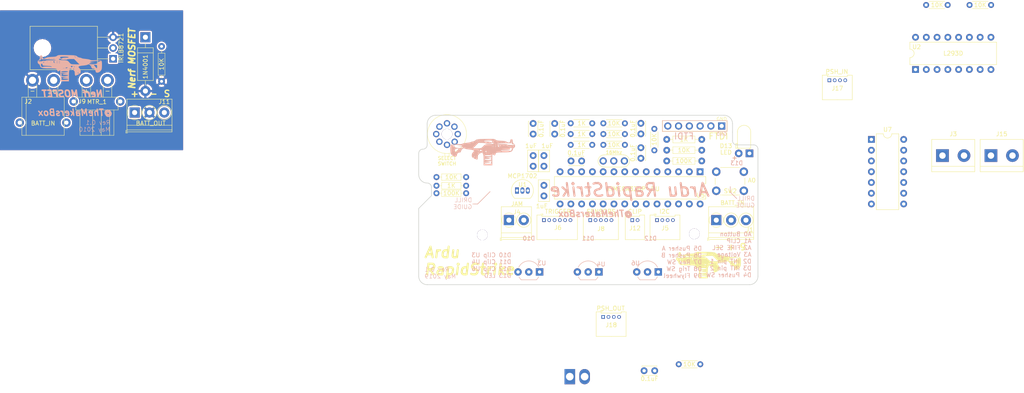
<source format=kicad_pcb>
(kicad_pcb (version 4) (host pcbnew 4.0.7)
  (title_block (date "lun. 30 mars 2015"))
  (layers (0 F.Cu signal) (31 B.Cu signal) (34 B.Paste user) (35 F.Paste user) (36 B.SilkS user hide) (37 F.SilkS user) (38 B.Mask user) (39 F.Mask user) (44 Edge.Cuts user))
  (net 0 "")
  (net 1 /Reset)
  (net 2 GND)
  (net 3 /A0)
  (net 4 /A1)
  (net 5 /A2)
  (net 6 /A3)
  (net 7 /AREF)
  (net 8 "/A4(SDA)")
  (net 9 "/A5(SCL)")
  (net 10 "/9(**)")
  (net 11 /8)
  (net 12 /7)
  (net 13 "/6(**)")
  (net 14 "/5(**)")
  (net 15 /4)
  (net 16 "/3(**)")
  (net 17 /2)
  (net 18 "/13(SCK)")
  (net 19 "/12(MISO)")
  (net 20 VCC)
  (net 21 "Net-(D2-Pad2)")
  (net 22 "Net-(U5-Pad9)")
  (net 23 "Net-(U5-Pad10)")
  (net 24 "/11(MOSI)")
  (net 25 "/10(SS)")
  (net 26 "Net-(D1-Pad1)")
  (net 27 "Net-(J3-Pad1)")
  (net 28 "Net-(J3-Pad2)")
  (net 29 /TRIG)
  (net 30 /ACCEL)
  (net 31 /PUSH)
  (net 32 "/0(Rx)")
  (net 33 "/1(Tx)")
  (net 34 /BATT)
  (net 35 "Net-(J7-Pad2)")
  (net 36 "Net-(J10-Pad1)")
  (net 37 /Vin)
  (net 38 "Net-(R14-Pad2)")
  (net 39 "Net-(R15-Pad2)")
  (net 40 "Net-(R13-Pad2)")
  (net 41 "Net-(C6-Pad1)")
  (net 42 "Net-(C7-Pad1)")
  (net 43 "Net-(C8-Pad1)")
  (net 44 /#RTS)
  (net 45 "Net-(C2-Pad1)")
  (net 46 "Net-(C3-Pad1)")
  (net 47 "Net-(J17-Pad2)")
  (net 48 "Net-(J17-Pad3)")
  (module footprints:TO-220-3_Horizontal (layer F.Cu) (at 58.928 73.025 90)
    (fp_text reference Q1 hide)
    (fp_text value IRLB8721 (at 2.54 1.9 90) (layer F.SilkS))
    (pad 0 np_thru_hole oval (at 2.54 -16.66 90) (size 3.5 3.5) (drill 3.5) (layers *.Cu *.Mask))
    (pad 1 thru_hole rect (at 0 0 90) (size 1.8 1.8) (drill 1) (layers *.Cu *.Mask) (net 10 "/9(**)"))
    (pad 2 thru_hole oval (at 2.54 0 90) (size 1.8 1.8) (drill 1) (layers *.Cu *.Mask) (net 26 "Net-(D1-Pad1)"))
    (pad 3 thru_hole oval (at 5.08 0 90) (size 1.8 1.8) (drill 1) (layers *.Cu *.Mask) (net 2 GND))
  )
  (module footprints:XT30PW_F (layer F.Cu) (at 55.118 78.105 180)
    (fp_text reference J9 (at 3.5 -5 180) (layer F.SilkS))
    (fp_text value MTR_1 (at 0 -5.08 180) (layer F.SilkS))
    (fp_text user - (at -2.5 -2.5 180) (layer F.SilkS))
    (fp_text user + (at 2.5 -2.5 180) (layer F.SilkS))
    (pad 3 thru_hole circle (at -5.5 -5 180) (size 2 2) (drill 1) (layers *.Cu *.Mask))
    (pad 2 thru_hole circle (at -2.5 0 180) (size 3 3) (drill 1.7) (layers *.Cu *.Mask) (net 26 "Net-(D1-Pad1)"))
    (pad 1 thru_hole circle (at 2.5 0 180) (size 3 3) (drill 1.7) (layers *.Cu *.Mask) (net 36 "Net-(J10-Pad1)"))
    (pad 3 thru_hole circle (at 5.5 -5 180) (size 2 2) (drill 1) (layers *.Cu *.Mask))
  )
  (module footprints:D_DO-15_P12.70mm_Horizontal (layer F.Cu) (at 66.548 67.945 270)
    (fp_text reference D1 hide)
    (fp_text value 1N4001 (at 6.985 0 270) (layer F.SilkS))
    (pad 1 thru_hole rect (at 0 0 270) (size 2.4 2.4) (drill 1.2) (layers *.Cu *.Mask) (net 26 "Net-(D1-Pad1)"))
    (pad 2 thru_hole oval (at 12.7 0 270) (size 2.4 2.4) (drill 1.2) (layers *.Cu *.Mask) (net 2 GND))
  )
  (module footprints:TerminalBlock_Phoenix_PT-1,5-3-3.5-H_1x03_P3.50mm_Horizontal (layer F.Cu) (at 64.008 85.725)
    (fp_text reference J11 (at 6.985 -2.54) (layer F.SilkS))
    (fp_text value BATT_OUT (at 3.81 2.54) (layer F.SilkS))
    (pad 1 thru_hole rect (at 0 0) (size 2.4 2.4) (drill 1.2) (layers *.Cu *.Mask) (net 36 "Net-(J10-Pad1)"))
    (pad 2 thru_hole circle (at 3.5 0) (size 2.4 2.4) (drill 1.2) (layers *.Cu *.Mask) (net 2 GND))
    (pad 3 thru_hole circle (at 7 0) (size 2.4 2.4) (drill 1.2) (layers *.Cu *.Mask) (net 10 "/9(**)"))
  )
  (module footprints:R_Axial_DIN0204_L3.6mm_D1.6mm_P7.62mm_Horizontal (layer F.Cu) (at 70.358 78.105 90)
    (fp_text reference R9)
    (fp_text value 10K (at 3.81 0 90) (layer F.SilkS))
    (pad 1 thru_hole circle (at -0.25 0 90) (size 1.6 1.6) (drill 0.7) (layers *.Cu *.Mask) (net 2 GND))
    (pad 2 thru_hole circle (at 8 0 90) (size 1.6 1.6) (drill 0.7) (layers *.Cu *.Mask) (net 10 "/9(**)"))
  )
  (module footprints:XT30PW_M (layer F.Cu) (at 42.418 78.105 180)
    (fp_text reference J2 (at 3.5 -5 180) (layer F.SilkS))
    (fp_text value BATT_IN (at 0 -10.16 180) (layer F.SilkS))
    (fp_text user - (at 2.5 -2.5 180) (layer F.SilkS))
    (fp_text user + (at -2.5 -2.5 180) (layer F.SilkS))
    (pad 3 thru_hole circle (at -5.5 -10 180) (size 2 2) (drill 1) (layers *.Cu *.Mask))
    (pad 1 thru_hole circle (at -2.5 0 180) (size 3 3) (drill 1.7) (layers *.Cu *.Mask) (net 36 "Net-(J10-Pad1)"))
    (pad 2 thru_hole circle (at 2.5 0 180) (size 3 3) (drill 1.7) (layers *.Cu *.Mask) (net 2 GND))
    (pad 3 thru_hole circle (at 5.5 -10 180) (size 2 2) (drill 1) (layers *.Cu *.Mask))
  )
  (module Wire_Pads:SolderWirePad_single_2-5mmDrill (layer F.Cu) (at 204.38 101.919)
    (fp_text reference J13 hide)
    (fp_text value NPTH)
    (pad "" np_thru_hole circle (at 0 0) (size 2.5 2.5) (drill 2.5) (layers *.Cu *.Mask))
  )
  (module footprints:R_Axial_DIN0204_L3.6mm_D1.6mm_P7.62mm_Horizontal (layer F.Cu) (at 189.738 97.155)
    (fp_text reference R8)
    (fp_text value 100K (at 3.81 0) (layer F.SilkS))
    (pad 1 thru_hole circle (at -0.25 0) (size 1.6 1.6) (drill 0.7) (layers *.Cu *.Mask) (net 6 /A3))
    (pad 2 thru_hole circle (at 8 0) (size 1.6 1.6) (drill 0.7) (layers *.Cu *.Mask) (net 34 /BATT))
  )
  (module footprints:TerminalBlock_Phoenix_PT-1,5-3-3.5-H_1x03_P3.50mm_Horizontal (layer F.Cu) (at 201.168 111.125)
    (fp_text reference J1 (at 7.874 2.286) (layer F.SilkS))
    (fp_text value BATT_IN (at 3.81 -4.064) (layer F.SilkS))
    (pad 1 thru_hole rect (at 0 0) (size 2.4 2.4) (drill 1.2) (layers *.Cu *.Mask) (net 2 GND))
    (pad 2 thru_hole circle (at 3.5 0) (size 2.4 2.4) (drill 1.2) (layers *.Cu *.Mask) (net 34 /BATT))
    (pad 3 thru_hole circle (at 7 0) (size 2.4 2.4) (drill 1.2) (layers *.Cu *.Mask) (net 10 "/9(**)"))
  )
  (module footprints:R__P5.08mm (layer F.Cu) (at 186.563 92.075 270)
    (fp_text reference R16 hide)
    (fp_text value 10K (at 0 0 270) (layer F.SilkS))
    (pad 1 thru_hole circle (at -2.5 0 270) (size 1.4 1.4) (drill 0.7) (layers *.Cu *.Mask) (net 2 GND))
    (pad 2 thru_hole oval (at 2.58 0 270) (size 1.4 1.4) (drill 0.7) (layers *.Cu *.Mask) (net 5 /A2))
  )
  (module footprints:R__P5.08mm (layer F.Cu) (at 177.038 88.265)
    (fp_text reference R10 hide)
    (fp_text value 10K (at 0 0) (layer F.SilkS))
    (pad 1 thru_hole circle (at -2.5 0) (size 1.4 1.4) (drill 0.7) (layers *.Cu *.Mask) (net 43 "Net-(C8-Pad1)"))
    (pad 2 thru_hole oval (at 2.58 0) (size 1.4 1.4) (drill 0.7) (layers *.Cu *.Mask) (net 20 VCC))
  )
  (module footprints:R__P5.08mm (layer F.Cu) (at 253.238 60.325 180)
    (fp_text reference R1 hide)
    (fp_text value 10K (at 0 0 180) (layer F.SilkS))
    (pad 1 thru_hole circle (at -2.5 0 180) (size 1.4 1.4) (drill 0.7) (layers *.Cu *.Mask) (net 2 GND))
    (pad 2 thru_hole oval (at 2.58 0 180) (size 1.4 1.4) (drill 0.7) (layers *.Cu *.Mask) (net 47 "Net-(J17-Pad2)"))
  )
  (module footprints:R__P5.08mm (layer F.Cu) (at 263.398 60.325)
    (fp_text reference R3 hide)
    (fp_text value 10K (at 0 0) (layer F.SilkS))
    (pad 1 thru_hole circle (at -2.5 0) (size 1.4 1.4) (drill 0.7) (layers *.Cu *.Mask) (net 2 GND))
    (pad 2 thru_hole oval (at 2.58 0) (size 1.4 1.4) (drill 0.7) (layers *.Cu *.Mask) (net 48 "Net-(J17-Pad3)"))
  )
  (module footprints:R__P5.08mm (layer F.Cu) (at 177.038 90.805)
    (fp_text reference R4 hide)
    (fp_text value 10K (at 0 0) (layer F.SilkS))
    (pad 1 thru_hole circle (at -2.5 0) (size 1.4 1.4) (drill 0.7) (layers *.Cu *.Mask) (net 41 "Net-(C6-Pad1)"))
    (pad 2 thru_hole oval (at 2.58 0) (size 1.4 1.4) (drill 0.7) (layers *.Cu *.Mask) (net 20 VCC))
  )
  (module footprints:R__P5.08mm (layer F.Cu) (at 177.038 93.345)
    (fp_text reference R6 hide)
    (fp_text value 10K (at 0 0) (layer F.SilkS))
    (pad 1 thru_hole circle (at -2.5 0) (size 1.4 1.4) (drill 0.7) (layers *.Cu *.Mask) (net 42 "Net-(C7-Pad1)"))
    (pad 2 thru_hole oval (at 2.58 0) (size 1.4 1.4) (drill 0.7) (layers *.Cu *.Mask) (net 20 VCC))
  )
  (module footprints:DIP-28_W7.62mm (layer F.Cu) (at 197.358 99.695 270)
    (fp_text reference U5 (at 5.588 -0.127 360) (layer F.SilkS))
    (fp_text value ATMEGA328P-PU (at 4.064 15.875 360) (layer F.SilkS))
    (pad 1 thru_hole rect (at 0 0 270) (size 1.6 1.6) (drill 0.8) (layers *.Cu *.Mask) (net 1 /Reset))
    (pad 15 thru_hole oval (at 7.62 33.02 270) (size 1.6 1.6) (drill 0.8) (layers *.Cu *.Mask) (net 10 "/9(**)"))
    (pad 2 thru_hole oval (at 0 2.54 270) (size 1.6 1.6) (drill 0.8) (layers *.Cu *.Mask) (net 32 "/0(Rx)"))
    (pad 16 thru_hole oval (at 7.62 30.48 270) (size 1.6 1.6) (drill 0.8) (layers *.Cu *.Mask) (net 25 "/10(SS)"))
    (pad 3 thru_hole oval (at 0 5.08 270) (size 1.6 1.6) (drill 0.8) (layers *.Cu *.Mask) (net 33 "/1(Tx)"))
    (pad 17 thru_hole oval (at 7.62 27.94 270) (size 1.6 1.6) (drill 0.8) (layers *.Cu *.Mask) (net 24 "/11(MOSI)"))
    (pad 4 thru_hole oval (at 0 7.62 270) (size 1.6 1.6) (drill 0.8) (layers *.Cu *.Mask) (net 17 /2))
    (pad 18 thru_hole oval (at 7.62 25.4 270) (size 1.6 1.6) (drill 0.8) (layers *.Cu *.Mask) (net 19 "/12(MISO)"))
    (pad 5 thru_hole oval (at 0 10.16 270) (size 1.6 1.6) (drill 0.8) (layers *.Cu *.Mask) (net 16 "/3(**)"))
    (pad 19 thru_hole oval (at 7.62 22.86 270) (size 1.6 1.6) (drill 0.8) (layers *.Cu *.Mask) (net 18 "/13(SCK)"))
    (pad 6 thru_hole oval (at 0 12.7 270) (size 1.6 1.6) (drill 0.8) (layers *.Cu *.Mask) (net 15 /4))
    (pad 20 thru_hole oval (at 7.62 20.32 270) (size 1.6 1.6) (drill 0.8) (layers *.Cu *.Mask) (net 20 VCC))
    (pad 7 thru_hole oval (at 0 15.24 270) (size 1.6 1.6) (drill 0.8) (layers *.Cu *.Mask) (net 20 VCC))
    (pad 21 thru_hole oval (at 7.62 17.78 270) (size 1.6 1.6) (drill 0.8) (layers *.Cu *.Mask) (net 7 /AREF))
    (pad 8 thru_hole oval (at 0 17.78 270) (size 1.6 1.6) (drill 0.8) (layers *.Cu *.Mask) (net 2 GND))
    (pad 22 thru_hole oval (at 7.62 15.24 270) (size 1.6 1.6) (drill 0.8) (layers *.Cu *.Mask) (net 2 GND))
    (pad 9 thru_hole oval (at 0 20.32 270) (size 1.6 1.6) (drill 0.8) (layers *.Cu *.Mask) (net 22 "Net-(U5-Pad9)"))
    (pad 23 thru_hole oval (at 7.62 12.7 270) (size 1.6 1.6) (drill 0.8) (layers *.Cu *.Mask) (net 3 /A0))
    (pad 10 thru_hole oval (at 0 22.86 270) (size 1.6 1.6) (drill 0.8) (layers *.Cu *.Mask) (net 23 "Net-(U5-Pad10)"))
    (pad 24 thru_hole oval (at 7.62 10.16 270) (size 1.6 1.6) (drill 0.8) (layers *.Cu *.Mask) (net 4 /A1))
    (pad 11 thru_hole oval (at 0 25.4 270) (size 1.6 1.6) (drill 0.8) (layers *.Cu *.Mask) (net 14 "/5(**)"))
    (pad 25 thru_hole oval (at 7.62 7.62 270) (size 1.6 1.6) (drill 0.8) (layers *.Cu *.Mask) (net 5 /A2))
    (pad 12 thru_hole oval (at 0 27.94 270) (size 1.6 1.6) (drill 0.8) (layers *.Cu *.Mask) (net 13 "/6(**)"))
    (pad 26 thru_hole oval (at 7.62 5.08 270) (size 1.6 1.6) (drill 0.8) (layers *.Cu *.Mask) (net 6 /A3))
    (pad 13 thru_hole oval (at 0 30.48 270) (size 1.6 1.6) (drill 0.8) (layers *.Cu *.Mask) (net 12 /7))
    (pad 27 thru_hole oval (at 7.62 2.54 270) (size 1.6 1.6) (drill 0.8) (layers *.Cu *.Mask) (net 8 "/A4(SDA)"))
    (pad 14 thru_hole oval (at 0 33.02 270) (size 1.6 1.6) (drill 0.8) (layers *.Cu *.Mask) (net 11 /8))
    (pad 28 thru_hole oval (at 7.62 0 270) (size 1.6 1.6) (drill 0.8) (layers *.Cu *.Mask) (net 9 "/A5(SCL)"))
  )
  (module footprints:Resonator-3pin_w7.0mm_h2.5mm (layer F.Cu) (at 174.498 97.155)
    (fp_text reference Y1 hide)
    (fp_text value 16Mhz (at 2.54 -2.032) (layer F.SilkS) (effects (font (size 0.8 0.8))))
    (pad 1 thru_hole circle (at 0 0) (size 1.7 1.7) (drill 1) (layers *.Cu *.Mask) (net 23 "Net-(U5-Pad10)"))
    (pad 2 thru_hole circle (at 2.5 0) (size 1.7 1.7) (drill 1) (layers *.Cu *.Mask) (net 2 GND))
    (pad 3 thru_hole circle (at 5 0) (size 1.7 1.7) (drill 1) (layers *.Cu *.Mask) (net 22 "Net-(U5-Pad9)"))
  )
  (module footprints:R__P5.08mm (layer F.Cu) (at 169.418 88.265 180)
    (fp_text reference R11 hide)
    (fp_text value 1K (at 0 0 180) (layer F.SilkS))
    (pad 1 thru_hole circle (at -2.5 0 180) (size 1.4 1.4) (drill 0.7) (layers *.Cu *.Mask) (net 31 /PUSH))
    (pad 2 thru_hole oval (at 2.58 0 180) (size 1.4 1.4) (drill 0.7) (layers *.Cu *.Mask) (net 43 "Net-(C8-Pad1)"))
  )
  (module footprints:R__P5.08mm (layer F.Cu) (at 169.418 93.345 180)
    (fp_text reference R7 hide)
    (fp_text value 1K (at 0 0 180) (layer F.SilkS))
    (pad 1 thru_hole circle (at -2.5 0 180) (size 1.4 1.4) (drill 0.7) (layers *.Cu *.Mask) (net 30 /ACCEL))
    (pad 2 thru_hole oval (at 2.58 0 180) (size 1.4 1.4) (drill 0.7) (layers *.Cu *.Mask) (net 42 "Net-(C7-Pad1)"))
  )
  (module footprints:R__P5.08mm (layer F.Cu) (at 169.418 90.805 180)
    (fp_text reference R5 hide)
    (fp_text value 1K (at 0 0 180) (layer F.SilkS))
    (pad 1 thru_hole circle (at -2.5 0 180) (size 1.4 1.4) (drill 0.7) (layers *.Cu *.Mask) (net 29 /TRIG))
    (pad 2 thru_hole oval (at 2.58 0 180) (size 1.4 1.4) (drill 0.7) (layers *.Cu *.Mask) (net 41 "Net-(C6-Pad1)"))
  )
  (module footprints:C_Disc_D5.0mm_W2.5mm_P2.50mm (layer F.Cu) (at 160.528 105.41 90)
    (fp_text reference C1 hide)
    (fp_text value 1uF (at -2.413 -0.508 180) (layer F.SilkS))
    (pad 1 thru_hole circle (at 0 0 90) (size 1.6 1.6) (drill 0.8) (layers *.Cu *.Mask) (net 37 /Vin))
    (pad 2 thru_hole circle (at 2.5 0 90) (size 1.6 1.6) (drill 0.8) (layers *.Cu *.Mask) (net 2 GND))
  )
  (module footprints:C_Disc_D5.0mm_W2.5mm_P2.50mm (layer F.Cu) (at 157.988 95.885 270)
    (fp_text reference C2 hide)
    (fp_text value 1uF (at -2.286 0.508 360) (layer F.SilkS))
    (pad 1 thru_hole circle (at 0 0 270) (size 1.6 1.6) (drill 0.8) (layers *.Cu *.Mask) (net 45 "Net-(C2-Pad1)"))
    (pad 2 thru_hole circle (at 2.5 0 270) (size 1.6 1.6) (drill 0.8) (layers *.Cu *.Mask) (net 2 GND))
  )
  (module footprints:C_Disc_D3.4mm_W2.1mm_P2.50mm (layer F.Cu) (at 157.988 90.805 90)
    (fp_text reference C3 hide)
    (fp_text value 0.1uF (at 1.27 1.905 90) (layer F.SilkS))
    (pad 1 thru_hole circle (at 0 0 90) (size 1.6 1.6) (drill 0.8) (layers *.Cu *.Mask) (net 46 "Net-(C3-Pad1)"))
    (pad 2 thru_hole circle (at 2.5 0 90) (size 1.6 1.6) (drill 0.8) (layers *.Cu *.Mask) (net 2 GND))
  )
  (module footprints:C_Disc_D5.0mm_W2.5mm_P2.50mm (layer F.Cu) (at 160.528 95.885 270)
    (fp_text reference C4 hide)
    (fp_text value 1uF (at -2.286 -0.762 360) (layer F.SilkS))
    (pad 1 thru_hole circle (at 0 0 270) (size 1.6 1.6) (drill 0.8) (layers *.Cu *.Mask) (net 20 VCC))
    (pad 2 thru_hole circle (at 2.5 0 270) (size 1.6 1.6) (drill 0.8) (layers *.Cu *.Mask) (net 2 GND))
  )
  (module footprints:C_Disc_D3.4mm_W2.1mm_P2.50mm (layer F.Cu) (at 163.068 90.805 90)
    (fp_text reference C6 hide)
    (fp_text value 0.1uF (at 1.27 1.905 90) (layer F.SilkS))
    (pad 1 thru_hole circle (at 0 0 90) (size 1.6 1.6) (drill 0.8) (layers *.Cu *.Mask) (net 41 "Net-(C6-Pad1)"))
    (pad 2 thru_hole circle (at 2.5 0 90) (size 1.6 1.6) (drill 0.8) (layers *.Cu *.Mask) (net 2 GND))
  )
  (module footprints:C_Disc_D3.4mm_W2.1mm_P2.50mm (layer F.Cu) (at 169.418 97.155 180)
    (fp_text reference C7 hide)
    (fp_text value 0.1uF (at 1.27 1.905 180) (layer F.SilkS))
    (pad 1 thru_hole circle (at 0 0 180) (size 1.6 1.6) (drill 0.8) (layers *.Cu *.Mask) (net 42 "Net-(C7-Pad1)"))
    (pad 2 thru_hole circle (at 2.5 0 180) (size 1.6 1.6) (drill 0.8) (layers *.Cu *.Mask) (net 2 GND))
  )
  (module footprints:C_Disc_D3.4mm_W2.1mm_P2.50mm (layer F.Cu) (at 183.388 88.265 270)
    (fp_text reference C8 hide)
    (fp_text value 0.1uF (at 1.27 1.905 270) (layer F.SilkS))
    (pad 1 thru_hole circle (at 0 0 270) (size 1.6 1.6) (drill 0.8) (layers *.Cu *.Mask) (net 43 "Net-(C8-Pad1)"))
    (pad 2 thru_hole circle (at 2.5 0 270) (size 1.6 1.6) (drill 0.8) (layers *.Cu *.Mask) (net 2 GND))
  )
  (module footprints:LED_D3.0mm_Horizontal_O1.27mm_Z10.0mm (layer F.Cu) (at 208.998 95.365 180)
    (fp_text reference D2 hide)
    (fp_text value D13 (at 5.544 1.766 180) (layer F.SilkS))
    (pad 1 thru_hole rect (at 0 0 180) (size 1.8 1.8) (drill 0.9) (layers *.Cu *.Mask) (net 2 GND))
    (pad 2 thru_hole circle (at 2.54 0 180) (size 1.8 1.8) (drill 0.9) (layers *.Cu *.Mask) (net 21 "Net-(D2-Pad2)"))
  )
  (module footprints:Pin_Header_Straight_1x06_Pitch2.54mm (layer F.Cu) (at 202.438 88.9 270)
    (fp_text reference J7 hide)
    (fp_text value FTDI (at 2.413 0.762 360) (layer F.SilkS) (effects (font (size 1.5 1.5) (thickness 0.2))))
    (pad 1 thru_hole rect (at 0 0 270) (size 1.7 1.7) (drill 1) (layers *.Cu *.Mask) (net 2 GND))
    (pad 2 thru_hole oval (at 0 2.54 270) (size 1.7 1.7) (drill 1) (layers *.Cu *.Mask) (net 35 "Net-(J7-Pad2)"))
    (pad 3 thru_hole oval (at 0 5.08 270) (size 1.7 1.7) (drill 1) (layers *.Cu *.Mask) (net 20 VCC))
    (pad 4 thru_hole oval (at 0 7.62 270) (size 1.7 1.7) (drill 1) (layers *.Cu *.Mask) (net 32 "/0(Rx)"))
    (pad 5 thru_hole oval (at 0 10.16 270) (size 1.7 1.7) (drill 1) (layers *.Cu *.Mask) (net 33 "/1(Tx)"))
    (pad 6 thru_hole oval (at 0 12.7 270) (size 1.7 1.7) (drill 1) (layers *.Cu *.Mask) (net 44 /#RTS))
  )
  (module footprints:Molex_PicoBlade_53048-0210_02x1.25mm_Angled (layer F.Cu) (at 181.356 111.125)
    (fp_text reference J12 (at 0.635 1.905) (layer F.SilkS))
    (fp_text value CLIP (at 0.635 -2.032) (layer F.SilkS))
    (pad 1 thru_hole rect (at 0 0) (size 0.85 0.85) (drill 0.5) (layers *.Cu *.Mask) (net 4 /A1))
    (pad 2 thru_hole circle (at 1.25 0) (size 0.85 0.85) (drill 0.5) (layers *.Cu *.Mask) (net 2 GND))
  )
  (module Wire_Pads:SolderWirePad_single_2-5mmDrill (layer F.Cu) (at 195.998 114.365)
    (fp_text reference J13 hide)
    (fp_text value NPTH)
    (pad "" np_thru_hole circle (at 0 0) (size 2.5 2.5) (drill 2.49936) (layers *.Cu *.Mask))
  )
  (module Wire_Pads:SolderWirePad_single_2-5mmDrill (layer F.Cu) (at 145.998 114.619)
    (fp_text reference J14 hide)
    (fp_text value NPTH)
    (pad "" np_thru_hole circle (at 0 0) (size 2.5 2.5) (drill 2.49936) (layers *.Cu *.Mask))
  )
  (module Wire_Pads:SolderWirePad_single_2-5mmDrill (layer F.Cu) (at 137.668 90.805)
    (fp_text reference J16 hide)
    (fp_text value NPTH)
    (pad "" np_thru_hole circle (at 0 0) (size 2.5 2.5) (drill 2.49936) (layers *.Cu *.Mask))
  )
  (module footprints:TO-92_Inline_Narrow_Oval (layer F.Cu) (at 154.178 104.14)
    (fp_text reference U1 (at 1.32 -1.41) (layer F.SilkS))
    (fp_text value MCP1702 (at 1.27 -3.429) (layer F.SilkS))
    (pad 2 thru_hole oval (at 1.27 0 180) (size 0.9 1.5) (drill 0.6) (layers *.Cu *.Mask) (net 37 /Vin))
    (pad 3 thru_hole oval (at 2.54 0 180) (size 0.9 1.5) (drill 0.6) (layers *.Cu *.Mask) (net 20 VCC))
    (pad 1 thru_hole rect (at 0 0 180) (size 0.9 1.5) (drill 0.6) (layers *.Cu *.Mask) (net 2 GND))
  )
  (module footprints:DIP-16_W7.62mm (layer F.Cu) (at 248.158 75.565 90)
    (fp_text reference U2 (at 5.334 0.254 180) (layer F.SilkS))
    (fp_text value L293D (at 3.81 8.89 180) (layer F.SilkS))
    (pad 1 thru_hole rect (at 0 0 90) (size 1.6 1.6) (drill 0.8) (layers *.Cu *.Mask) (net 46 "Net-(C3-Pad1)"))
    (pad 9 thru_hole oval (at 7.62 17.78 90) (size 1.6 1.6) (drill 0.8) (layers *.Cu *.Mask) (net 46 "Net-(C3-Pad1)"))
    (pad 2 thru_hole oval (at 0 2.54 90) (size 1.6 1.6) (drill 0.8) (layers *.Cu *.Mask) (net 47 "Net-(J17-Pad2)"))
    (pad 10 thru_hole oval (at 7.62 15.24 90) (size 1.6 1.6) (drill 0.8) (layers *.Cu *.Mask) (net 48 "Net-(J17-Pad3)"))
    (pad 3 thru_hole oval (at 0 5.08 90) (size 1.6 1.6) (drill 0.8) (layers *.Cu *.Mask) (net 27 "Net-(J3-Pad1)"))
    (pad 11 thru_hole oval (at 7.62 12.7 90) (size 1.6 1.6) (drill 0.8) (layers *.Cu *.Mask) (net 28 "Net-(J3-Pad2)"))
    (pad 4 thru_hole oval (at 0 7.62 90) (size 1.6 1.6) (drill 0.8) (layers *.Cu *.Mask) (net 2 GND))
    (pad 12 thru_hole oval (at 7.62 10.16 90) (size 1.6 1.6) (drill 0.8) (layers *.Cu *.Mask) (net 2 GND))
    (pad 5 thru_hole oval (at 0 10.16 90) (size 1.6 1.6) (drill 0.8) (layers *.Cu *.Mask) (net 2 GND))
    (pad 13 thru_hole oval (at 7.62 7.62 90) (size 1.6 1.6) (drill 0.8) (layers *.Cu *.Mask) (net 2 GND))
    (pad 6 thru_hole oval (at 0 12.7 90) (size 1.6 1.6) (drill 0.8) (layers *.Cu *.Mask) (net 28 "Net-(J3-Pad2)"))
    (pad 14 thru_hole oval (at 7.62 5.08 90) (size 1.6 1.6) (drill 0.8) (layers *.Cu *.Mask) (net 27 "Net-(J3-Pad1)"))
    (pad 7 thru_hole oval (at 0 15.24 90) (size 1.6 1.6) (drill 0.8) (layers *.Cu *.Mask) (net 48 "Net-(J17-Pad3)"))
    (pad 15 thru_hole oval (at 7.62 2.54 90) (size 1.6 1.6) (drill 0.8) (layers *.Cu *.Mask) (net 47 "Net-(J17-Pad2)"))
    (pad 8 thru_hole oval (at 0 17.78 90) (size 1.6 1.6) (drill 0.8) (layers *.Cu *.Mask) (net 45 "Net-(C2-Pad1)"))
    (pad 16 thru_hole oval (at 7.62 0 90) (size 1.6 1.6) (drill 0.8) (layers *.Cu *.Mask) (net 46 "Net-(C3-Pad1)"))
  )
  (module footprints:Molex_PicoBlade_53048-0410_04x1.25mm_Angled (layer F.Cu) (at 187.198 111.125)
    (fp_text reference J5 (at 1.905 1.905) (layer F.SilkS))
    (fp_text value I2C (at 1.778 -2.032) (layer F.SilkS))
    (pad 1 thru_hole rect (at 0 0) (size 0.85 0.85) (drill 0.5) (layers *.Cu *.Mask) (net 8 "/A4(SDA)"))
    (pad 2 thru_hole circle (at 1.25 0) (size 0.85 0.85) (drill 0.5) (layers *.Cu *.Mask) (net 9 "/A5(SCL)"))
    (pad 3 thru_hole circle (at 2.5 0) (size 0.85 0.85) (drill 0.5) (layers *.Cu *.Mask) (net 20 VCC))
    (pad 4 thru_hole circle (at 3.75 0) (size 0.85 0.85) (drill 0.5) (layers *.Cu *.Mask) (net 2 GND))
  )
  (module footprints:SW_Rotary8 (layer F.Cu) (at 137.668 90.805 180)
    (fp_text reference SW1 hide)
    (fp_text value SW_Rotary8)
    (pad 8 thru_hole circle (at 0 -2.54 180) (size 1.5 1.5) (drill 0.9) (layers *.Cu *.Mask) (net 20 VCC))
    (pad 1 thru_hole circle (at 1.7907 -1.8034 180) (size 1.5 1.5) (drill 0.9) (layers *.Cu *.Mask) (net 5 /A2))
    (pad 2 thru_hole oval (at 2.54 0 180) (size 1.5 1.5) (drill 0.9) (layers *.Cu *.Mask) (net 39 "Net-(R15-Pad2)"))
    (pad 3 thru_hole oval (at 1.778 1.7526 180) (size 1.5 1.5) (drill 0.9) (layers *.Cu *.Mask) (net 39 "Net-(R15-Pad2)"))
    (pad 4 thru_hole oval (at 0 2.54 180) (size 1.5 1.5) (drill 0.9) (layers *.Cu *.Mask) (net 38 "Net-(R14-Pad2)"))
    (pad 5 thru_hole oval (at -1.7526 1.7399 180) (size 1.5 1.5) (drill 0.9) (layers *.Cu *.Mask) (net 38 "Net-(R14-Pad2)"))
    (pad 6 thru_hole oval (at -2.54 0 180) (size 1.5 1.5) (drill 0.9) (layers *.Cu *.Mask) (net 40 "Net-(R13-Pad2)"))
    (pad 7 thru_hole oval (at -1.8034 -1.8161 180) (size 1.5 1.5) (drill 0.9) (layers *.Cu *.Mask) (net 40 "Net-(R13-Pad2)"))
  )
  (module footprints:C_Disc_D3.4mm_W2.1mm_P2.50mm (layer F.Cu) (at 183.388 96.52 90)
    (fp_text reference C5 hide)
    (fp_text value 0.1uF (at 1.27 -1.905 90) (layer F.SilkS))
    (pad 1 thru_hole circle (at 0 0 90) (size 1.6 1.6) (drill 0.8) (layers *.Cu *.Mask) (net 20 VCC))
    (pad 2 thru_hole circle (at 2.5 0 90) (size 1.6 1.6) (drill 0.8) (layers *.Cu *.Mask) (net 2 GND))
  )
  (module footprints:Hall_Sensor (layer B.Cu) (at 159.498 123.365 180)
    (fp_text reference U3 (at -0.522 2.08 360) (layer B.SilkS) (effects (justify mirror)))
    (fp_text value "HALL SENSOR" hide)
    (pad 3 thru_hole circle (at 5.08 0 90) (size 1.75 1.75) (drill 0.8) (layers *.Cu *.Mask) (net 25 "/10(SS)"))
    (pad 2 thru_hole circle (at 2.54 0 90) (size 1.75 1.75) (drill 0.8) (layers *.Cu *.Mask) (net 2 GND))
    (pad 1 thru_hole rect (at 0 0 90) (size 1.75 1.75) (drill 0.8) (layers *.Cu *.Mask) (net 20 VCC))
  )
  (module footprints:Hall_Sensor (layer B.Cu) (at 187.498 123.365 180)
    (fp_text reference U6 (at 5.38 2.08 360) (layer B.SilkS) (effects (justify mirror)))
    (fp_text value "HALL SENSOR" hide)
    (pad 3 thru_hole circle (at 5.08 0 90) (size 1.75 1.75) (drill 0.8) (layers *.Cu *.Mask) (net 19 "/12(MISO)"))
    (pad 2 thru_hole circle (at 2.54 0 90) (size 1.75 1.75) (drill 0.8) (layers *.Cu *.Mask) (net 2 GND))
    (pad 1 thru_hole rect (at 0 0 90) (size 1.75 1.75) (drill 0.8) (layers *.Cu *.Mask) (net 20 VCC))
  )
  (module footprints:Hall_Sensor (layer B.Cu) (at 173.498 123.365 180)
    (fp_text reference U4 (at -0.492 1.826 360) (layer B.SilkS) (effects (justify mirror)))
    (fp_text value "HALL SENSOR" hide)
    (pad 3 thru_hole circle (at 5.08 0 90) (size 1.75 1.75) (drill 0.8) (layers *.Cu *.Mask) (net 24 "/11(MOSI)"))
    (pad 2 thru_hole circle (at 2.54 0 90) (size 1.75 1.75) (drill 0.8) (layers *.Cu *.Mask) (net 2 GND))
    (pad 1 thru_hole rect (at 0 0 90) (size 1.75 1.75) (drill 0.8) (layers *.Cu *.Mask) (net 20 VCC))
  )
  (module footprints:TerminalBlock_Phoenix_PT-1,5-2-3.5-H_1x02_P3.50mm_Horizontal (layer F.Cu) (at 152.273 111.125)
    (fp_text reference J4 (at 1.905 -1.905) (layer F.SilkS))
    (fp_text value JAM (at 1.905 -3.81 180) (layer F.SilkS))
    (pad 1 thru_hole rect (at 0 0) (size 2.4 2.4) (drill 1.2) (layers *.Cu *.Mask) (net 34 /BATT))
    (pad 2 thru_hole circle (at 3.5 0) (size 2.4 2.4) (drill 1.2) (layers *.Cu *.Mask) (net 37 /Vin))
  )
  (module footprints:R_Axial_DIN0204_L3.6mm_D1.6mm_P7.62mm_Horizontal (layer F.Cu) (at 189.738 94.615)
    (fp_text reference R12)
    (fp_text value 10K (at 3.81 0) (layer F.SilkS))
    (pad 1 thru_hole circle (at -0.25 0) (size 1.6 1.6) (drill 0.7) (layers *.Cu *.Mask) (net 6 /A3))
    (pad 2 thru_hole circle (at 8 0) (size 1.6 1.6) (drill 0.7) (layers *.Cu *.Mask) (net 2 GND))
  )
  (module Connectors_Molex:Molex_PicoBlade_53048-0610_06x1.25mm_Angled (layer F.Cu) (at 160.528 111.125)
    (fp_text reference J6 (at 3.302 1.778) (layer F.SilkS))
    (fp_text value TRIGGER (at 3.302 -2.032) (layer F.SilkS))
    (pad 1 thru_hole rect (at 0 0) (size 0.85 0.85) (drill 0.5) (layers *.Cu *.Mask) (net 29 /TRIG))
    (pad 2 thru_hole circle (at 1.25 0) (size 0.85 0.85) (drill 0.5) (layers *.Cu *.Mask) (net 2 GND))
    (pad 3 thru_hole circle (at 2.5 0) (size 0.85 0.85) (drill 0.5) (layers *.Cu *.Mask) (net 30 /ACCEL))
    (pad 4 thru_hole circle (at 3.75 0) (size 0.85 0.85) (drill 0.5) (layers *.Cu *.Mask) (net 2 GND))
    (pad 5 thru_hole circle (at 5 0) (size 0.85 0.85) (drill 0.5) (layers *.Cu *.Mask) (net 31 /PUSH))
    (pad 6 thru_hole circle (at 6.25 0) (size 0.85 0.85) (drill 0.5) (layers *.Cu *.Mask) (net 2 GND))
  )
  (module Connectors_Molex:Molex_PicoBlade_53048-0510_05x1.25mm_Angled (layer F.Cu) (at 171.45 111.125)
    (fp_text reference J8 (at 2.54 2.032) (layer F.SilkS))
    (fp_text value SENSORS (at 2.54 -2.032) (layer F.SilkS))
    (pad 1 thru_hole rect (at 0 0) (size 0.85 0.85) (drill 0.5) (layers *.Cu *.Mask) (net 16 "/3(**)"))
    (pad 2 thru_hole circle (at 1.25 0) (size 0.85 0.85) (drill 0.5) (layers *.Cu *.Mask) (net 17 /2))
    (pad 3 thru_hole circle (at 2.5 0) (size 0.85 0.85) (drill 0.5) (layers *.Cu *.Mask) (net 3 /A0))
    (pad 4 thru_hole circle (at 3.75 0) (size 0.85 0.85) (drill 0.5) (layers *.Cu *.Mask) (net 20 VCC))
    (pad 5 thru_hole circle (at 5 0) (size 0.85 0.85) (drill 0.5) (layers *.Cu *.Mask) (net 2 GND))
  )
  (module footprints:R_Axial_DIN0204_L3.6mm_D1.6mm_P7.62mm_Horizontal (layer F.Cu) (at 189.738 92.075)
    (fp_text reference R2)
    (fp_text value 1K (at 3.81 0) (layer F.SilkS))
    (pad 1 thru_hole circle (at -0.25 0) (size 1.6 1.6) (drill 0.7) (layers *.Cu *.Mask) (net 18 "/13(SCK)"))
    (pad 2 thru_hole circle (at 8 0) (size 1.6 1.6) (drill 0.7) (layers *.Cu *.Mask) (net 21 "Net-(D2-Pad2)"))
  )
  (module footprints:R__P7mm (layer F.Cu) (at 138.684 104.775)
    (fp_text reference R13 hide)
    (fp_text value 100K (at 0 0) (layer F.SilkS))
    (pad 1 thru_hole circle (at -3.5 0) (size 1.4 1.4) (drill 0.7) (layers *.Cu *.Mask) (net 5 /A2))
    (pad 2 thru_hole oval (at 3.5 0) (size 1.4 1.4) (drill 0.7) (layers *.Cu *.Mask) (net 40 "Net-(R13-Pad2)"))
  )
  (module footprints:R__P7mm (layer F.Cu) (at 138.684 100.965)
    (fp_text reference R14 hide)
    (fp_text value 10K (at 0 0) (layer F.SilkS))
    (pad 1 thru_hole circle (at -3.5 0) (size 1.4 1.4) (drill 0.7) (layers *.Cu *.Mask) (net 5 /A2))
    (pad 2 thru_hole oval (at 3.5 0) (size 1.4 1.4) (drill 0.7) (layers *.Cu *.Mask) (net 38 "Net-(R14-Pad2)"))
  )
  (module footprints:R__P7mm (layer F.Cu) (at 138.684 102.997)
    (fp_text reference R15 hide)
    (fp_text value 1K (at 0 0) (layer F.SilkS))
    (pad 1 thru_hole circle (at -3.5 0) (size 1.4 1.4) (drill 0.7) (layers *.Cu *.Mask) (net 5 /A2))
    (pad 2 thru_hole oval (at 3.5 0) (size 1.4 1.4) (drill 0.7) (layers *.Cu *.Mask) (net 39 "Net-(R15-Pad2)"))
  )
  (module footprints:SW_PUSH_6mm (layer F.Cu) (at 201.168 99.695)
    (fp_text reference SW2 (at 3.302 4.572) (layer F.SilkS))
    (fp_text value SW_Push)
    (pad 2 thru_hole circle (at 0 4.5 90) (size 2 2) (drill 1.1) (layers *.Cu *.Mask) (net 2 GND))
    (pad 1 thru_hole circle (at 0 0 90) (size 2 2) (drill 1.1) (layers *.Cu *.Mask) (net 3 /A0))
    (pad 2 thru_hole circle (at 6.5 4.5 90) (size 2 2) (drill 1.1) (layers *.Cu *.Mask) (net 2 GND))
    (pad 1 thru_hole circle (at 6.5 0 90) (size 2 2) (drill 1.1) (layers *.Cu *.Mask) (net 3 /A0))
  )
  (module footprints:RS_left (layer F.Cu) (at 199.39 120.777)
    (fp_text reference G*** hide)
    (fp_text value LOGO hide)
  )
  (module footprints:RS_left (layer B.Cu) (at 146.05 94.107 180)
    (fp_text reference G*** hide)
    (fp_text value LOGO hide)
  )
  (module footprints:RS_right (layer B.Cu) (at 48.768 74.295 180)
    (fp_text reference G*** hide)
    (fp_text value LOGO hide)
  )
  (module footprints:PhoenixContact_MCV-G_02x3.50mm_Vertical (layer F.Cu) (at 166.624 148.082)
    (fp_text reference J10 hide)
    (fp_text value MTR_2)
    (pad 1 thru_hole rect (at 0 0) (size 2.5 3.6) (drill 1.8) (layers *.Cu *.Mask) (net 36 "Net-(J10-Pad1)"))
    (pad 2 thru_hole oval (at 3.5 0) (size 2.5 3.6) (drill 1.8) (layers *.Cu *.Mask) (net 26 "Net-(D1-Pad1)"))
  )
  (module footprints:C_Disc_D3.4mm_W2.1mm_P2.50mm (layer F.Cu) (at 184.15 146.685)
    (fp_text reference C9 hide)
    (fp_text value 0.1uF (at 1.27 1.905) (layer F.SilkS))
    (pad 1 thru_hole circle (at 0 0) (size 1.6 1.6) (drill 0.8) (layers *.Cu *.Mask) (net 44 /#RTS))
    (pad 2 thru_hole circle (at 2.5 0) (size 1.6 1.6) (drill 0.8) (layers *.Cu *.Mask) (net 1 /Reset))
  )
  (module footprints:R__P5.08mm (layer F.Cu) (at 194.818 145.161)
    (fp_text reference R17 hide)
    (fp_text value 10K (at 0 0) (layer F.SilkS))
    (pad 1 thru_hole circle (at -2.5 0) (size 1.4 1.4) (drill 0.7) (layers *.Cu *.Mask) (net 44 /#RTS))
    (pad 2 thru_hole oval (at 2.58 0) (size 1.4 1.4) (drill 0.7) (layers *.Cu *.Mask) (net 20 VCC))
  )
  (module Housings_DIP:DIP-14_W7.62mm (layer F.Cu) (at 237.744 92.075)
    (fp_text reference U7 (at 3.81 -2.33) (layer F.SilkS))
    (fp_text value 74LS14)
    (pad 1 thru_hole rect (at 0 0) (size 1.6 1.6) (drill 0.8) (layers *.Cu *.Mask) (net 41 "Net-(C6-Pad1)"))
    (pad 8 thru_hole oval (at 7.62 15.24) (size 1.6 1.6) (drill 0.8) (layers *.Cu *.Mask))
    (pad 2 thru_hole oval (at 0 2.54) (size 1.6 1.6) (drill 0.8) (layers *.Cu *.Mask) (net 11 /8))
    (pad 9 thru_hole oval (at 7.62 12.7) (size 1.6 1.6) (drill 0.8) (layers *.Cu *.Mask))
    (pad 3 thru_hole oval (at 0 5.08) (size 1.6 1.6) (drill 0.8) (layers *.Cu *.Mask) (net 42 "Net-(C7-Pad1)"))
    (pad 10 thru_hole oval (at 7.62 10.16) (size 1.6 1.6) (drill 0.8) (layers *.Cu *.Mask))
    (pad 4 thru_hole oval (at 0 7.62) (size 1.6 1.6) (drill 0.8) (layers *.Cu *.Mask) (net 12 /7))
    (pad 11 thru_hole oval (at 7.62 7.62) (size 1.6 1.6) (drill 0.8) (layers *.Cu *.Mask))
    (pad 5 thru_hole oval (at 0 10.16) (size 1.6 1.6) (drill 0.8) (layers *.Cu *.Mask) (net 43 "Net-(C8-Pad1)"))
    (pad 12 thru_hole oval (at 7.62 5.08) (size 1.6 1.6) (drill 0.8) (layers *.Cu *.Mask))
    (pad 6 thru_hole oval (at 0 12.7) (size 1.6 1.6) (drill 0.8) (layers *.Cu *.Mask) (net 15 /4))
    (pad 13 thru_hole oval (at 7.62 2.54) (size 1.6 1.6) (drill 0.8) (layers *.Cu *.Mask))
    (pad 7 thru_hole oval (at 0 15.24) (size 1.6 1.6) (drill 0.8) (layers *.Cu *.Mask) (net 2 GND))
    (pad 14 thru_hole oval (at 7.62 0) (size 1.6 1.6) (drill 0.8) (layers *.Cu *.Mask) (net 20 VCC))
  )
  (module Connectors_Terminal_Blocks:TerminalBlock_bornier-2_P5.08mm (layer F.Cu) (at 265.938 95.885)
    (fp_text reference J15 (at 2.54 -5.08) (layer F.SilkS))
    (fp_text value BATT)
    (pad 1 thru_hole rect (at 0 0) (size 3 3) (drill 1.52) (layers *.Cu *.Mask) (net 45 "Net-(C2-Pad1)"))
    (pad 2 thru_hole circle (at 5.08 0) (size 3 3) (drill 1.52) (layers *.Cu *.Mask) (net 2 GND))
  )
  (module footprints:Molex_PicoBlade_53048-0410_04x1.25mm_Angled (layer F.Cu) (at 227.838 78.105)
    (fp_text reference J17 (at 1.905 1.905) (layer F.SilkS))
    (fp_text value PSH_IN (at 1.778 -2.032) (layer F.SilkS))
    (pad 1 thru_hole rect (at 0 0) (size 0.85 0.85) (drill 0.5) (layers *.Cu *.Mask) (net 46 "Net-(C3-Pad1)"))
    (pad 2 thru_hole circle (at 1.25 0) (size 0.85 0.85) (drill 0.5) (layers *.Cu *.Mask) (net 47 "Net-(J17-Pad2)"))
    (pad 3 thru_hole circle (at 2.5 0) (size 0.85 0.85) (drill 0.5) (layers *.Cu *.Mask) (net 48 "Net-(J17-Pad3)"))
    (pad 4 thru_hole circle (at 3.75 0) (size 0.85 0.85) (drill 0.5) (layers *.Cu *.Mask) (net 2 GND))
  )
  (module footprints:Molex_PicoBlade_53048-0410_04x1.25mm_Angled (layer F.Cu) (at 174.498 133.985)
    (fp_text reference J18 (at 1.905 1.905) (layer F.SilkS))
    (fp_text value PSH_OUT (at 1.778 -2.032) (layer F.SilkS))
    (pad 1 thru_hole rect (at 0 0) (size 0.85 0.85) (drill 0.5) (layers *.Cu *.Mask) (net 20 VCC))
    (pad 2 thru_hole circle (at 1.25 0) (size 0.85 0.85) (drill 0.5) (layers *.Cu *.Mask) (net 13 "/6(**)"))
    (pad 3 thru_hole circle (at 2.5 0) (size 0.85 0.85) (drill 0.5) (layers *.Cu *.Mask) (net 14 "/5(**)"))
    (pad 4 thru_hole circle (at 3.75 0) (size 0.85 0.85) (drill 0.5) (layers *.Cu *.Mask) (net 2 GND))
  )
  (module Connectors_Terminal_Blocks:TerminalBlock_bornier-2_P5.08mm (layer F.Cu) (at 254.508 95.885)
    (fp_text reference J3 (at 2.54 -5.08) (layer F.SilkS))
    (fp_text value PUSHER)
    (pad 1 thru_hole rect (at 0 0) (size 3 3) (drill 1.52) (layers *.Cu *.Mask) (net 27 "Net-(J3-Pad1)"))
    (pad 2 thru_hole circle (at 5.08 0) (size 3 3) (drill 1.52) (layers *.Cu *.Mask) (net 28 "Net-(J3-Pad2)"))
  )
  (gr_text "Nerf MOSFET" (at 49.403 81.28) (layer B.SilkS) (effects (font (size 1.5 1.5) (thickness 0.375) italic) (justify mirror)))
  (gr_text @TheMakersBox (at 50.038 85.725) (layer B.SilkS) (effects (font (size 1.5 1.5) (thickness 0.3) italic) (justify mirror)))
  (gr_text S (at 71.628 81.28) (layer F.SilkS) (effects (font (size 1.5 1.5) (thickness 0.3))))
  (gr_text - (at 68.453 81.28) (layer F.SilkS) (effects (font (size 1.5 1.5) (thickness 0.3))))
  (gr_text + (at 64.008 81.28) (layer F.SilkS) (effects (font (size 1.5 1.5) (thickness 0.3))))
  (gr_text "Rev 0.1\nMay 2010" (at 58.293 88.9) (layer B.SilkS) (effects (font (size 1 1) (thickness 0.1)) (justify left mirror)))
  (gr_text "Nerf MOSFET" (at 63.373 73.025 90) (layer F.SilkS) (effects (font (size 1.5 1.5) (thickness 0.375) italic)))
  (gr_text A0 (at 209.55 101.727) (layer F.SilkS) (effects (font (size 1 1))))
  (gr_line (start 204.47 102.235) (end 204.724 102.235) (angle 90) (layer B.SilkS) (width 0.15))
  (gr_line (start 204.47 104.521) (end 204.47 102.235) (angle 90) (layer B.SilkS) (width 0.15))
  (gr_line (start 205.994 106.045) (end 204.47 104.521) (angle 90) (layer B.SilkS) (width 0.15))
  (gr_text "DRILL\nGUIDE" (at 210.312 106.807) (layer B.SilkS) (effects (font (size 1 1) (thickness 0.1)) (justify left mirror)))
  (gr_text LED (at 203.454 95.123) (layer F.SilkS) (effects (font (size 1 1))))
  (gr_text + (at 205.486 96.393) (layer B.SilkS) (effects (font (size 1 1) (thickness 0.2)) (justify mirror)))
  (gr_text + (at 205.486 96.393) (layer F.SilkS) (effects (font (size 1 1) (thickness 0.2))))
  (gr_line (start 144.907 107.315) (end 143.764 107.315) (angle 90) (layer B.SilkS) (width 0.15))
  (gr_line (start 147.828 104.394) (end 144.907 107.315) (angle 90) (layer B.SilkS) (width 0.15))
  (gr_text "DRILL\nGUIDE" (at 143.637 107.188) (layer B.SilkS) (effects (font (size 1 1) (thickness 0.1)) (justify left mirror)))
  (gr_text "Ardu\nRapidStrike" (at 132.08 120.777) (layer F.SilkS) (effects (font (size 2.5 2.5) (thickness 0.5) italic) (justify left)))
  (gr_text D13 (at 205.994 97.663) (layer B.SilkS) (effects (font (size 1 1)) (justify mirror)))
  (gr_arc (start 132.998 103.365) (end 132.998 102.365) (angle 90) (layer Edge.Cuts) (width 0.15))
  (gr_line (start 130.998 100.365) (end 130.998 95.365) (angle 90) (layer Edge.Cuts) (width 0.15))
  (gr_line (start 130.998 108.365) (end 130.998 124.365) (angle 90) (layer Edge.Cuts) (width 0.15))
  (gr_arc (start 132.998 124.365) (end 132.998 126.365) (angle 90) (layer Edge.Cuts) (width 0.15))
  (gr_line (start 132.998 126.365) (end 208.998 126.365) (angle 90) (layer Edge.Cuts) (width 0.15))
  (gr_line (start 210.998 124.365) (end 210.998 94.365) (angle 90) (layer Edge.Cuts) (width 0.15))
  (gr_arc (start 208.998 124.365) (end 210.998 124.365) (angle 90) (layer Edge.Cuts) (width 0.15))
  (gr_line (start 204.998 88.365) (end 204.998 90.365) (angle 90) (layer Edge.Cuts) (width 0.15))
  (gr_arc (start 202.998 88.365) (end 202.998 86.365) (angle 90) (layer Edge.Cuts) (width 0.15))
  (gr_line (start 134.998 86.365) (end 202.998 86.365) (angle 90) (layer Edge.Cuts) (width 0.15))
  (gr_line (start 132.998 93.365) (end 132.998 88.365) (angle 90) (layer Edge.Cuts) (width 0.15))
  (gr_arc (start 134.998 88.365) (end 132.998 88.365) (angle 90) (layer Edge.Cuts) (width 0.15))
  (gr_arc (start 131.998 93.365) (end 132.998 93.365) (angle 90) (layer Edge.Cuts) (width 0.15))
  (gr_arc (start 131.998 95.365) (end 130.998 95.365) (angle 90) (layer Edge.Cuts) (width 0.15))
  (gr_arc (start 132.998 100.365) (end 132.998 102.365) (angle 90) (layer Edge.Cuts) (width 0.15))
  (gr_line (start 133.998 103.365) (end 133.998 105.365) (angle 90) (layer Edge.Cuts) (width 0.15))
  (gr_text D12 (at 185.674 115.443) (layer B.SilkS) (effects (font (size 1 1)) (justify mirror)))
  (gr_text D11 (at 170.942 115.443) (layer B.SilkS) (effects (font (size 1 1)) (justify mirror)))
  (gr_text D10 (at 156.972 115.443) (layer B.SilkS) (effects (font (size 1 1)) (justify mirror)))
  (gr_text "D10 Clip U3\nD11 Clip U4\nD12 Clip U6\nD13 LED" (at 152.908 121.793) (layer B.SilkS) (effects (font (size 1 1)) (justify left mirror)))
  (gr_text "D5 Pusher A\nD6 Pusher B\nD7 Rev SW\nD8 Trig SW\nD9 Flywheel" (at 197.866 121.031) (layer B.SilkS) (effects (font (size 1 1)) (justify left mirror)))
  (gr_text "A0 Button\nA1 CLIP\nA2 FIRE SEL\nA3 Voltage\nD2 INT pin 1\nD3 INT pin 2\nD4 Pusher SW" (at 209.55 119.253) (layer B.SilkS) (effects (font (size 1 1)) (justify left mirror)))
  (gr_text FTDI (at 193.548 91.313) (layer B.SilkS) (effects (font (size 1.5 1.5) (thickness 0.2)) (justify mirror)))
  (gr_text GND (at 202.438 90.805) (layer B.SilkS) (effects (font (size 0.8 0.8) (thickness 0.1)) (justify mirror)))
  (gr_text "SELECT\nSWITCH" (at 137.668 97.155) (layer F.SilkS) (effects (font (size 0.8 0.8))))
  (gr_text @TheMakersBox (at 172.72 109.601) (layer B.SilkS) (effects (font (size 1.5 1.5) (thickness 0.3) italic) (justify mirror)))
  (gr_text "Ardu RapidStrike" (at 199.898 104.013) (layer B.SilkS) (effects (font (size 3 3) (thickness 0.5) italic) (justify left mirror)))
  (gr_text GND (at 202.438 87.249) (layer F.SilkS) (effects (font (size 0.8 0.8) (thickness 0.1))))
  (gr_text "- + 9" (at 204.47 117.475) (layer F.SilkS) (effects (font (size 1.5 1.5) (thickness 0.3))))
  (gr_line (start 204.998 90.365) (end 204.998 92.365) (angle 90) (layer Edge.Cuts) (width 0.15))
  (gr_line (start 205.998 93.365) (end 209.998 93.365) (angle 90) (layer Edge.Cuts) (width 0.15))
  (gr_arc (start 209.998 94.365) (end 209.998 93.365) (angle 90) (layer Edge.Cuts) (width 0.15))
  (gr_arc (start 205.998 92.365) (end 205.998 93.365) (angle 90) (layer Edge.Cuts) (width 0.15))
  (gr_line (start 133.998 105.365) (end 130.998 108.365) (angle 90) (layer Edge.Cuts) (width 0.15))
  (gr_text "Rev 0.1\nMay 2019" (at 132.334 123.571) (layer B.SilkS) (effects (font (size 1 1) (thickness 0.1)) (justify right mirror)))
  (gr_line (start 158.998 120.365) (end 159.498 120.365) (angle 90) (layer Edge.Cuts) (width 0.15))
  (zone (net 2) (net_name GND) (layer B.Cu) (connect_pads (clearance 0.35)) (min_thickness 0.2) (fill yes (arc_segments 16) (thermal_gap 0.508) (thermal_bridge_width 0.508))
    (polygon (pts (xy 75.438 94.615) (xy 32.258 94.615) (xy 32.258 61.595) (xy 75.438 61.595)))
  )
  (zone (net 2) (net_name GND) (layer F.Cu) (connect_pads (clearance 0.35)) (min_thickness 0.2) (fill yes (arc_segments 16) (thermal_gap 0.508) (thermal_bridge_width 0.508))
    (polygon (pts (xy 75.438 94.615) (xy 32.258 94.615) (xy 32.258 61.595) (xy 75.438 61.595)))
  )
)
</source>
